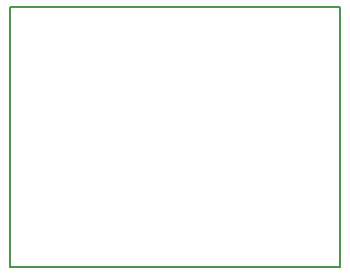
<source format=gbr>
G04 #@! TF.GenerationSoftware,KiCad,Pcbnew,(5.0.0)*
G04 #@! TF.CreationDate,2018-08-18T17:33:36+02:00*
G04 #@! TF.ProjectId,1u_mute,31755F6D7574652E6B696361645F7063,rev?*
G04 #@! TF.SameCoordinates,Original*
G04 #@! TF.FileFunction,Profile,NP*
%FSLAX46Y46*%
G04 Gerber Fmt 4.6, Leading zero omitted, Abs format (unit mm)*
G04 Created by KiCad (PCBNEW (5.0.0)) date 08/18/18 17:33:36*
%MOMM*%
%LPD*%
G01*
G04 APERTURE LIST*
%ADD10C,0.200000*%
G04 APERTURE END LIST*
D10*
X28000000Y0D02*
X0Y0D01*
X28000000Y-22000000D02*
X28000000Y0D01*
X0Y-22000000D02*
X28000000Y-22000000D01*
X0Y0D02*
X0Y-22000000D01*
M02*

</source>
